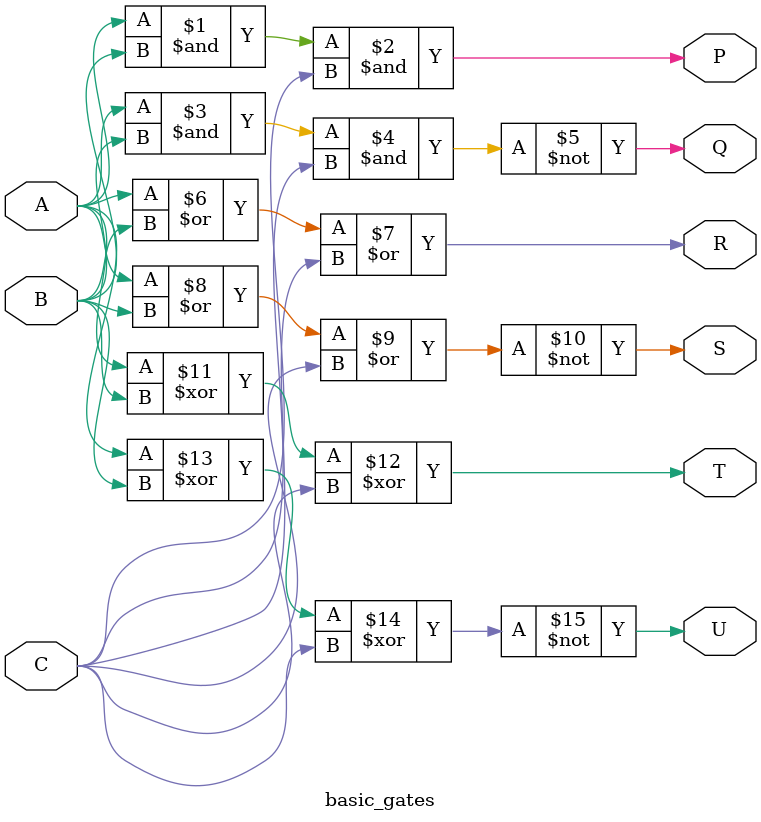
<source format=v>
module basic_gates(A,B,C,P,Q,R,S,T,U);
input A,B,C;
output P,Q,R,S,T,U;
and a1(P,A,B,C);
nand b1(Q,A,B,C);
or o1(R,A,B,C);
nor n1(S,A,B,C);
xor n2(T,A,B,C);
xnor n3(U,A,B,C);
endmodule

</source>
